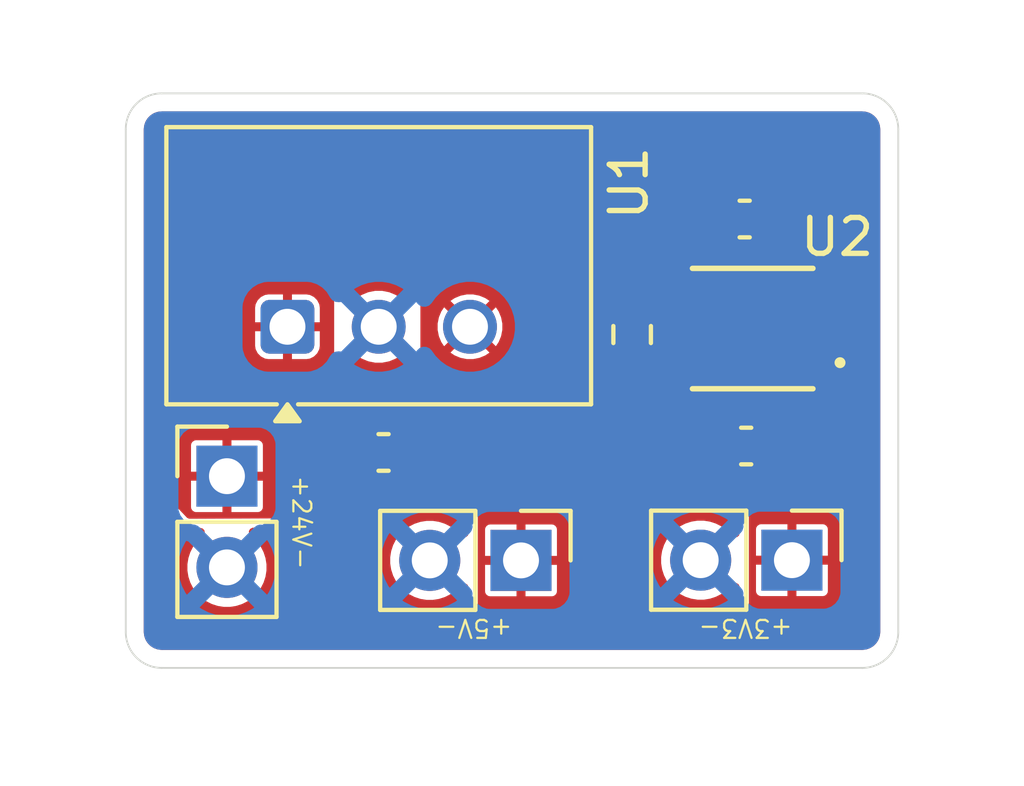
<source format=kicad_pcb>
(kicad_pcb (version 20241229) (generator "pcbnew") (generator_version "9.0")
  (layers (0 "F.Cu" signal) (2 "B.Cu" signal) (13 "F.Paste" user) (15 "B.Paste" user) (5 "F.SilkS" user "F.Silkscreen") (7 "B.SilkS" user "B.Silkscreen") (1 "F.Mask" user) (3 "B.Mask" user) (25 "Edge.Cuts" user))
  (net 0 "")
  (net 1 "+24V")
  (net 2 "GND")
  (net 3 "/+5V")
  (net 4 "/+3.3V")
  (net 7 "/EN_HIGH")
  (footprint "Converter_DCDC:Converter_DCDC_TRACO_TSR1-xxxxE_THT" (layer "F.Cu") (at 32.5 44.5 90)
    (property "Reference" "U1" (at 4 9.5 90) (layer "F.SilkS"))
    (property "Value" "TSR1-2450E")
    (fp_line (start 5.56 -3.37) (end 5.56 8.45) (stroke (width 0.12)) (layer "F.SilkS"))
    (fp_line (start -2.16 -3.37) (end 5.56 -3.37) (stroke (width 0.12)) (layer "F.SilkS"))
    (fp_line (start -2.16 -0.296) (end -2.16 -3.37) (stroke (width 0.12)) (layer "F.SilkS"))
    (fp_line (start 5.56 8.45) (end -2.16 8.45) (stroke (width 0.12)) (layer "F.SilkS"))
    (fp_line (start -2.16 8.45) (end -2.16 0.296) (stroke (width 0.12)) (layer "F.SilkS"))
    (fp_poly (pts (xy -2.16 0) (xy -2.63 0.34) (xy -2.63 -0.34)) (stroke (width 0.12)) (fill yes) (layer "F.SilkS"))
    (pad "1" thru_hole roundrect (at 0 0 90) (size 1.5 1.5) (drill 1) (layers "*.Cu" "*.Mask") (roundrect_rratio 0.166667) (net 1 "+24V"))
    (pad "2" thru_hole circle (at 0 2.54 90) (size 1.5 1.5) (drill 1) (layers "*.Cu" "*.Mask") (net 2 "GND"))
    (pad "3" thru_hole circle (at 0 5.08 90) (size 1.5 1.5) (drill 1) (layers "*.Cu" "*.Mask") (net 3 "/+5V"))
  )
  (footprint "LD39100PU33RY:SON_DFN6_3X3_STM" (layer "F.Cu") (at 45.4478 44.549999 180)
    (property "Reference" "U2" (at -2.3522 2.549999 0) (layer "F.SilkS"))
    (property "Value" "LD39200PU33R" (hide yes))
    (fp_line (start 1.6764 -1.6764) (end -1.6764 -1.6764) (stroke (width 0.1524)) (layer "F.SilkS"))
    (fp_line (start -1.6764 1.6764) (end 1.6764 1.6764) (stroke (width 0.1524)) (layer "F.SilkS"))
    (fp_circle (center -2.4308 -0.95) (end -2.3546 -0.95) (stroke (width 0.1524)) (fill no) (layer "F.SilkS"))
    (pad "1" smd rect (at -1.4478 -0.950001 180) (size 0.8128 0.4064) (layers "F.Cu" "F.Mask" "F.Paste") (net 4 "/+3.3V"))
    (pad "2" smd rect (at -1.4478 0 180) (size 0.8128 0.4064) (layers "F.Cu" "F.Mask" "F.Paste"))
    (pad "3" smd rect (at -1.4478 0.950001 180) (size 0.8128 0.4064) (layers "F.Cu" "F.Mask" "F.Paste") (net 2 "GND"))
    (pad "4" smd rect (at 1.4478 0.950001 180) (size 0.8128 0.4064) (layers "F.Cu" "F.Mask" "F.Paste"))
    (pad "5" smd rect (at 1.4478 0 180) (size 0.8128 0.4064) (layers "F.Cu" "F.Mask" "F.Paste") (net 7 "/EN_HIGH"))
    (pad "6" smd rect (at 1.4478 -0.950001 180) (size 0.8128 0.4064) (layers "F.Cu" "F.Mask" "F.Paste") (net 3 "/+5V"))
    (pad "7" smd rect (at 0 0 180) (size 1.7526 2.4892) (layers "F.Cu" "F.Mask" "F.Paste") (net 2 "GND"))
  )
  (footprint "Capacitor_SMD:C_0603_1608Metric" (layer "F.Cu") (at 45.267031 47.821116 180)
    (property "Reference" "C4" (hide yes))
    (property "Value" "1uF")
    (fp_line (start -0.14058 0.51) (end 0.14058 0.51) (stroke (width 0.12)) (layer "F.SilkS"))
    (fp_line (start -0.14058 -0.51) (end 0.14058 -0.51) (stroke (width 0.12)) (layer "F.SilkS"))
    (pad "1" smd roundrect (at -0.775 0 180) (size 0.9 0.95) (layers "F.Cu" "F.Mask" "F.Paste") (net 4 "/+3.3V"))
    (pad "2" smd roundrect (at 0.775 0 180) (size 0.9 0.95) (layers "F.Cu" "F.Mask" "F.Paste") (net 2 "GND"))
  )
  (footprint "Capacitor_SMD:C_0603_1608Metric" (layer "F.Cu") (at 45.225 41.5)
    (property "Reference" "C3" (hide yes))
    (property "Value" "1uF")
    (fp_line (start -0.14058 -0.51) (end 0.14058 -0.51) (stroke (width 0.12)) (layer "F.SilkS"))
    (fp_line (start -0.14058 0.51) (end 0.14058 0.51) (stroke (width 0.12)) (layer "F.SilkS"))
    (pad "1" smd roundrect (at -0.775 0) (size 0.9 0.95) (layers "F.Cu" "F.Mask" "F.Paste") (net 3 "/+5V"))
    (pad "2" smd roundrect (at 0.775 0) (size 0.9 0.95) (layers "F.Cu" "F.Mask" "F.Paste") (net 2 "GND"))
  )
  (footprint "Resistor_SMD:R_0603_1608Metric" (layer "F.Cu") (at 42.092852 44.716488 -90)
    (property "Reference" "R1" (hide yes))
    (property "Value" "4.7k")
    (fp_line (start -0.237258 0.5225) (end 0.237258 0.5225) (stroke (width 0.12)) (layer "F.SilkS"))
    (fp_line (start -0.237258 -0.5225) (end 0.237258 -0.5225) (stroke (width 0.12)) (layer "F.SilkS"))
    (pad "1" smd roundrect (at -0.825 0 270) (size 0.8 0.95) (layers "F.Cu" "F.Mask" "F.Paste") (net 7 "/EN_HIGH"))
    (pad "2" smd roundrect (at 0.825 0 270) (size 0.8 0.95) (layers "F.Cu" "F.Mask" "F.Paste") (net 3 "/+5V"))
  )
  (footprint "Capacitor_SMD:C_0603_1608Metric" (layer "F.Cu") (at 35.175 48)
    (property "Reference" "C1" (hide yes))
    (property "Value" "1uF")
    (fp_line (start -0.14058 -0.51) (end 0.14058 -0.51) (stroke (width 0.12)) (layer "F.SilkS"))
    (fp_line (start -0.14058 0.51) (end 0.14058 0.51) (stroke (width 0.12)) (layer "F.SilkS"))
    (pad "1" smd roundrect (at -0.775 0) (size 0.9 0.95) (layers "F.Cu" "F.Mask" "F.Paste") (net 1 "+24V"))
    (pad "2" smd roundrect (at 0.775 0) (size 0.9 0.95) (layers "F.Cu" "F.Mask" "F.Paste") (net 2 "GND"))
  )
  (footprint "Connector_PinHeader_2.54mm:PinHeader_1x02_P2.54mm_Vertical" (layer "F.Cu") (at 39 51.00586 -90)
    (property "Reference" "J2" (hide yes))
    (property "Value" "Conn_01x02_Pin" (hide yes))
    (fp_line (start -1.38 3.92) (end 1.38 3.92) (stroke (width 0.12)) (layer "F.SilkS"))
    (fp_line (start -1.38 1.27) (end -1.38 3.92) (stroke (width 0.12)) (layer "F.SilkS"))
    (fp_line (start -1.38 1.27) (end 1.38 1.27) (stroke (width 0.12)) (layer "F.SilkS"))
    (fp_line (start 1.38 1.27) (end 1.38 3.92) (stroke (width 0.12)) (layer "F.SilkS"))
    (fp_line (start -1.38 0) (end -1.38 -1.38) (stroke (width 0.12)) (layer "F.SilkS"))
    (fp_line (start -1.38 -1.38) (end 0 -1.38) (stroke (width 0.12)) (layer "F.SilkS"))
    (pad "1" thru_hole rect (at 0 0 270) (size 1.7 1.7) (drill 1) (layers "*.Cu" "*.Mask") (net 3 "/+5V"))
    (pad "2" thru_hole circle (at 0 2.54 270) (size 1.7 1.7) (drill 1) (layers "*.Cu" "*.Mask") (net 2 "GND"))
  )
  (footprint "Connector_PinHeader_2.54mm:PinHeader_1x02_P2.54mm_Vertical" (layer "F.Cu") (at 30.816217 48.660968)
    (property "Reference" "J1" (hide yes))
    (property "Value" "Conn_01x02_Pin" (hide yes))
    (fp_line (start -1.38 -1.38) (end 0 -1.38) (stroke (width 0.12)) (layer "F.SilkS"))
    (fp_line (start -1.38 0) (end -1.38 -1.38) (stroke (width 0.12)) (layer "F.SilkS"))
    (fp_line (start -1.38 1.27) (end -1.38 3.92) (stroke (width 0.12)) (layer "F.SilkS"))
    (fp_line (start -1.38 1.27) (end 1.38 1.27) (stroke (width 0.12)) (layer "F.SilkS"))
    (fp_line (start -1.38 3.92) (end 1.38 3.92) (stroke (width 0.12)) (layer "F.SilkS"))
    (fp_line (start 1.38 1.27) (end 1.38 3.92) (stroke (width 0.12)) (layer "F.SilkS"))
    (pad "1" thru_hole rect (at 0 0) (size 1.7 1.7) (drill 1) (layers "*.Cu" "*.Mask") (net 1 "+24V"))
    (pad "2" thru_hole circle (at 0 2.54) (size 1.7 1.7) (drill 1) (layers "*.Cu" "*.Mask") (net 2 "GND"))
  )
  (footprint "Connector_PinHeader_2.54mm:PinHeader_1x02_P2.54mm_Vertical" (layer "F.Cu") (at 46.54 51 -90)
    (property "Reference" "J3" (hide yes))
    (property "Value" "Conn_01x02_Pin" (hide yes))
    (fp_line (start -1.38 3.92) (end 1.38 3.92) (stroke (width 0.12)) (layer "F.SilkS"))
    (fp_line (start -1.38 1.27) (end -1.38 3.92) (stroke (width 0.12)) (layer "F.SilkS"))
    (fp_line (start -1.38 1.27) (end 1.38 1.27) (stroke (width 0.12)) (layer "F.SilkS"))
    (fp_line (start 1.38 1.27) (end 1.38 3.92) (stroke (width 0.12)) (layer "F.SilkS"))
    (fp_line (start -1.38 0) (end -1.38 -1.38) (stroke (width 0.12)) (layer "F.SilkS"))
    (fp_line (start -1.38 -1.38) (end 0 -1.38) (stroke (width 0.12)) (layer "F.SilkS"))
    (pad "1" thru_hole rect (at 0 0 270) (size 1.7 1.7) (drill 1) (layers "*.Cu" "*.Mask") (net 4 "/+3.3V"))
    (pad "2" thru_hole circle (at 0 2.54 270) (size 1.7 1.7) (drill 1) (layers "*.Cu" "*.Mask") (net 2 "GND"))
  )
  (gr_line (start 49.5 39) (end 49.5 53) (stroke (width 0.05)) (layer "Edge.Cuts"))
  (gr_arc (start 48.5 38) (mid 49.207107 38.292893) (end 49.5 39) (stroke (width 0.05)) (layer "Edge.Cuts"))
  (gr_line (start 29 54) (end 48.5 54) (stroke (width 0.05)) (layer "Edge.Cuts"))
  (gr_line (start 29 38) (end 48.5 38) (stroke (width 0.05)) (layer "Edge.Cuts"))
  (gr_arc (start 28 39) (mid 28.292893 38.292893) (end 29 38) (stroke (width 0.05)) (layer "Edge.Cuts"))
  (gr_arc (start 29 54) (mid 28.292893 53.707107) (end 28 53) (stroke (width 0.05)) (layer "Edge.Cuts"))
  (gr_line (start 28 39) (end 28 53) (stroke (width 0.05)) (layer "Edge.Cuts"))
  (gr_arc (start 49.5 53) (mid 49.207107 53.707107) (end 48.5 54) (stroke (width 0.05)) (layer "Edge.Cuts"))
  (gr_text "+3V3-" (at 46.6 52.6 180) (layer "F.SilkS") (effects (font (size 0.5 0.5) (thickness 0.0625)) (justify left bottom)))
  (gr_text "+24V-" (at 32.6 48.6 270) (layer "F.SilkS") (effects (font (size 0.5 0.5) (thickness 0.0625)) (justify left bottom)))
  (gr_text "+5V-" (at 38.8 52.6 180) (layer "F.SilkS") (effects (font (size 0.5 0.5) (thickness 0.0625)) (justify left bottom)))
  (segment (start 42.13434 45.5) (end 42.092852 45.541488) (width 0.5) (layer "F.Cu") (net 3))
  (segment (start 42.101364 43.9) (end 42.092852 43.891488) (width 0.254) (layer "F.Cu") (net 7))
  (segment (start 44 44.549999) (end 43.449999 44.549999) (width 0.254) (layer "F.Cu") (net 7))
  (segment (start 43.449999 44.549999) (end 42.8 43.9) (width 0.254) (layer "F.Cu") (net 7))
  (segment (start 42.8 43.9) (end 42.101364 43.9) (width 0.254) (layer "F.Cu") (net 7))
  (zone (net 4) (net_name "/+3.3V") (layer "F.Cu") (priority 1) (connect_pads thru_hole_only (clearance 0.15)) (min_thickness 0.15) (fill yes (thermal_gap 0.15) (thermal_bridge_width 0.25))
    (polygon (pts (xy 46.7 45.275) (xy 47 45.1) (xy 47.8 45.1) (xy 48.3 45.8) (xy 48.3 52.3) (xy 47.9 52.8) (xy 45.7 52.8) (xy 45.343445 52.3) (xy 45.343445 46.68948) (xy 45.7 46.4) (xy 46.4 46.4) (xy 46.7 46.175) (xy 46.7 45.8)))
  )
  (zone (net 3) (net_name "/+5V") (layer "F.Cu") (priority 1) (connect_pads thru_hole_only (clearance 0.15)) (min_thickness 0.15) (fill yes (thermal_gap 0.15) (thermal_bridge_width 0.25))
    (polygon (pts (xy 36.2 41.3) (xy 37.1 40.5) (xy 44.6 40.5) (xy 45.023049 40.860948) (xy 45.037112 42.1) (xy 44.6 42.420523) (xy 40.374842 42.421798) (xy 39.6 43.075) (xy 39.601827 44.32866) (xy 39.981147 44.709968) (xy 42.4 44.7) (xy 43.017839 45.109028) (xy 44 45.092775) (xy 44.3 45.3) (xy 44.3 46.276647) (xy 43.7 46.7) (xy 41.65 46.7) (xy 41 47.4) (xy 41 52.4) (xy 40.4 52.8) (xy 38.2 52.8) (xy 37.798624 52.426824) (xy 37.8 47.226824) (xy 36.2 46.1)))
  )
  (zone (net 2) (net_name "GND") (layer "F.Cu") (connect_pads thru_hole_only (clearance 0.25)) (min_thickness 0.25) (fill yes (thermal_gap 0.25) (thermal_bridge_width 0.25))
    (polygon (pts (xy 26.2 36.8) (xy 51 36.8) (xy 51.1 55.6) (xy 26.4 55.3)))
  )
  (zone (net 1) (net_name "+24V") (layer "F.Cu") (priority 1) (connect_pads thru_hole_only (clearance 0.15)) (min_thickness 0.15) (fill yes (thermal_gap 0.15) (thermal_bridge_width 0.25))
    (polygon (pts (xy 29.023175 49.1) (xy 29.730663 49.846665) (xy 32.349413 49.836665) (xy 33.094502 49.095428) (xy 34.8 49.1) (xy 35.079478 48.8) (xy 35.079478 47.119242) (xy 34.8 46.812798) (xy 34.049797 46.810068) (xy 33.8 46.45) (xy 33.8 45.7) (xy 33.8 41.1) (xy 32.893125 40.3) (xy 30.2325 40.3) (xy 29.046301 41.2)))
  )
  (zone (net 2) (net_name "GND") (layer "B.Cu") (connect_pads thru_hole_only (clearance 0.5)) (min_thickness 0.5) (fill yes (thermal_gap 0.5) (thermal_bridge_width 0.5))
    (polygon (pts (xy 24.5 35.4) (xy 52.6 35.7) (xy 53 57.3) (xy 24.8 57)))
  )
)
</source>
